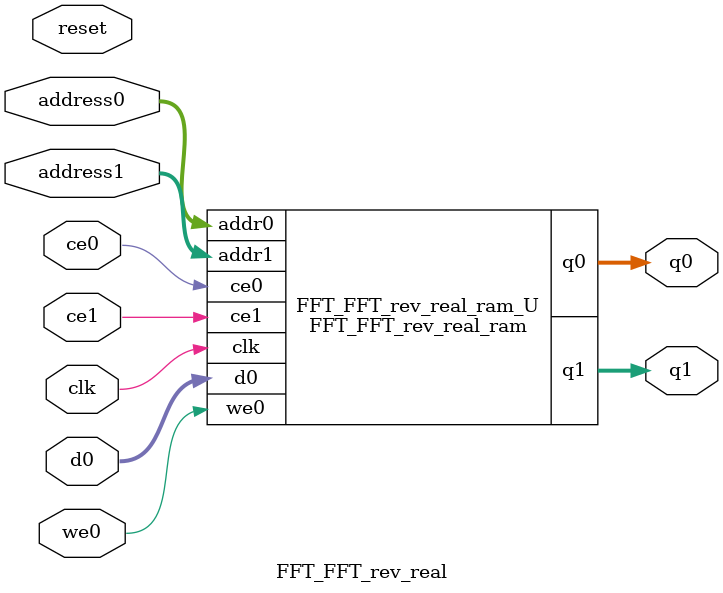
<source format=v>
`timescale 1 ns / 1 ps
module FFT_FFT_rev_real_ram (addr0, ce0, d0, we0, q0, addr1, ce1, q1,  clk);

parameter DWIDTH = 32;
parameter AWIDTH = 3;
parameter MEM_SIZE = 8;

input[AWIDTH-1:0] addr0;
input ce0;
input[DWIDTH-1:0] d0;
input we0;
output reg[DWIDTH-1:0] q0;
input[AWIDTH-1:0] addr1;
input ce1;
output reg[DWIDTH-1:0] q1;
input clk;

(* ram_style = "distributed" *)reg [DWIDTH-1:0] ram[0:MEM_SIZE-1];




always @(posedge clk)  
begin 
    if (ce0) 
    begin
        if (we0) 
        begin 
            ram[addr0] <= d0; 
        end 
        q0 <= ram[addr0];
    end
end


always @(posedge clk)  
begin 
    if (ce1) 
    begin
        q1 <= ram[addr1];
    end
end


endmodule

`timescale 1 ns / 1 ps
module FFT_FFT_rev_real(
    reset,
    clk,
    address0,
    ce0,
    we0,
    d0,
    q0,
    address1,
    ce1,
    q1);

parameter DataWidth = 32'd32;
parameter AddressRange = 32'd8;
parameter AddressWidth = 32'd3;
input reset;
input clk;
input[AddressWidth - 1:0] address0;
input ce0;
input we0;
input[DataWidth - 1:0] d0;
output[DataWidth - 1:0] q0;
input[AddressWidth - 1:0] address1;
input ce1;
output[DataWidth - 1:0] q1;



FFT_FFT_rev_real_ram FFT_FFT_rev_real_ram_U(
    .clk( clk ),
    .addr0( address0 ),
    .ce0( ce0 ),
    .we0( we0 ),
    .d0( d0 ),
    .q0( q0 ),
    .addr1( address1 ),
    .ce1( ce1 ),
    .q1( q1 ));

endmodule


</source>
